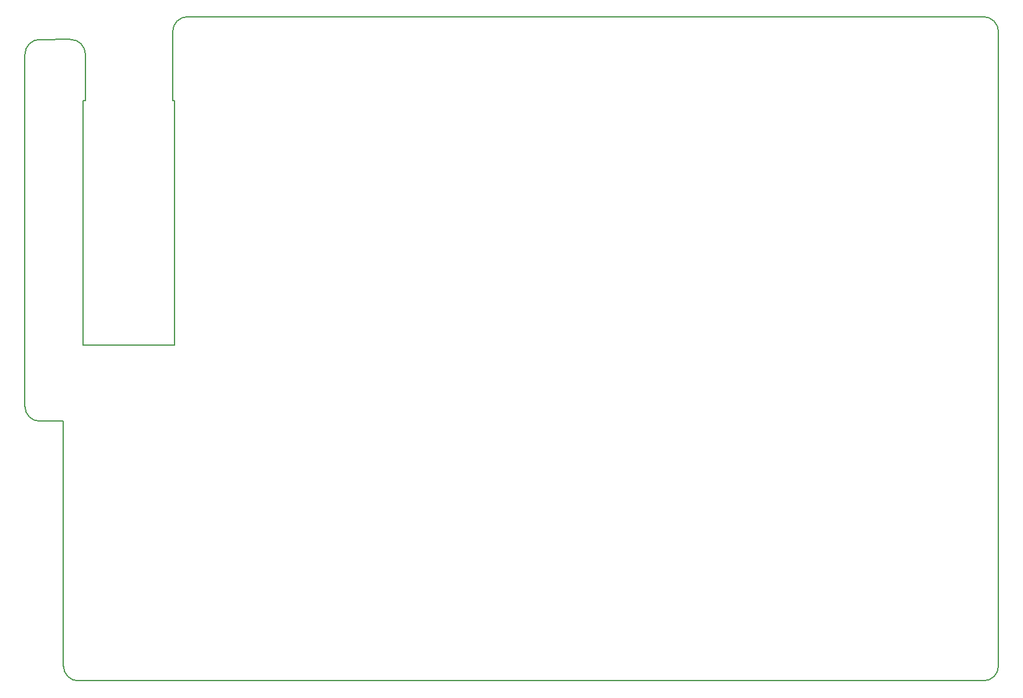
<source format=gbr>
G04 #@! TF.GenerationSoftware,KiCad,Pcbnew,(5.1.6-0-10_14)*
G04 #@! TF.CreationDate,2022-09-23T19:30:47+09:00*
G04 #@! TF.ProjectId,cool664,636f6f6c-3636-4342-9e6b-696361645f70,rev?*
G04 #@! TF.SameCoordinates,Original*
G04 #@! TF.FileFunction,Profile,NP*
%FSLAX46Y46*%
G04 Gerber Fmt 4.6, Leading zero omitted, Abs format (unit mm)*
G04 Created by KiCad (PCBNEW (5.1.6-0-10_14)) date 2022-09-23 19:30:47*
%MOMM*%
%LPD*%
G01*
G04 APERTURE LIST*
G04 #@! TA.AperFunction,Profile*
%ADD10C,0.150000*%
G04 #@! TD*
G04 APERTURE END LIST*
D10*
X130420000Y-104700000D02*
X130120000Y-104700000D01*
X111418984Y-149750000D02*
G75*
G02*
X109330000Y-147661016I0J2088984D01*
G01*
X244210000Y-92890000D02*
G75*
G02*
X246298984Y-94978984I0J-2088984D01*
G01*
X246300000Y-184161016D02*
G75*
G02*
X244211016Y-186250000I-2088984J0D01*
G01*
X116838984Y-186248984D02*
G75*
G02*
X114750000Y-184160000I0J2088984D01*
G01*
X109330000Y-98170000D02*
G75*
G02*
X111418984Y-96081016I2088984J0D01*
G01*
X115750000Y-96080000D02*
G75*
G02*
X117838984Y-98168984I0J-2088984D01*
G01*
X130120000Y-94980000D02*
G75*
G02*
X132208984Y-92891016I2088984J0D01*
G01*
X130120000Y-104700000D02*
X130120000Y-94980000D01*
X130420000Y-139050000D02*
X130420000Y-104700000D01*
X117540000Y-139050000D02*
X130420000Y-139050000D01*
X117540000Y-104690000D02*
X117540000Y-139050000D01*
X117840000Y-104690000D02*
X117540000Y-104690000D01*
X117838984Y-98168984D02*
X117840000Y-104690000D01*
X111418984Y-96081016D02*
X115750000Y-96080000D01*
X109330000Y-147661016D02*
X109330000Y-98170000D01*
X114750000Y-149750000D02*
X111418984Y-149750000D01*
X114750000Y-184160000D02*
X114750000Y-149750000D01*
X244211016Y-186250000D02*
X116838984Y-186248984D01*
X246298984Y-94978984D02*
X246300000Y-184161016D01*
X132208984Y-92891016D02*
X244210000Y-92890000D01*
M02*

</source>
